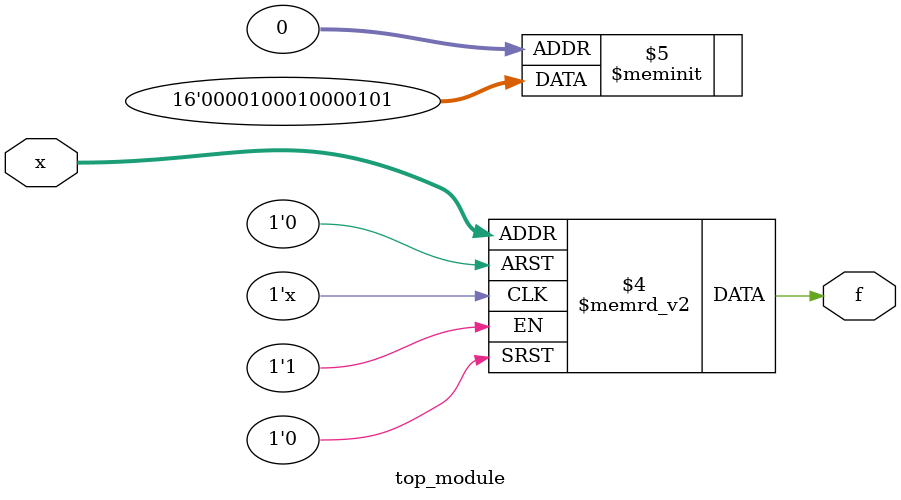
<source format=sv>
module top_module (
    input [4:1] x,
    output logic f
);

always_comb begin
    case (x)
        4'b0000: f = 1'b1; 
        4'b0001: f = 1'b0;
        4'b0011: f = 1'b0;
        4'b0010: f = 1'b1;
        4'b0110: f = 1'b0;
        4'b0111: f = 1'b1;
        4'b1011: f = 1'b1;
        4'b1010: f = 1'b0;
        default: f = 1'b0;
    endcase
end

endmodule

</source>
